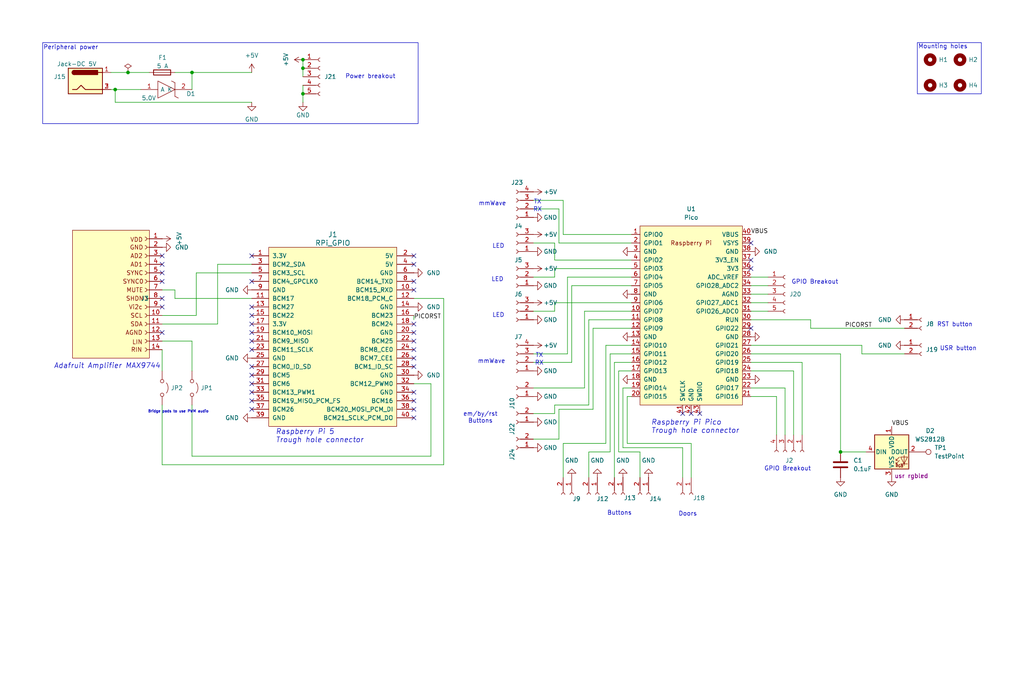
<source format=kicad_sch>
(kicad_sch (version 20231120) (generator "eeschema") (generator_version "8.0")
  (paper "User" 304.8 203.2)
  (title_block (title "Scan2Go FDS-HAT") (date "2024-05-21") (rev "V0.2.1") (company "UMC Utrecht") (comment 1 "Casper R. Tak") (comment 2 "HF-P99-006-01"))
  (lib_symbols
    (symbol "Connector:Conn_01x02_Socket" (pin_names (offset 1.016) hide)
      (property "Reference" "J" (at 0 2.54 0))
      (property "Value" "Conn_01x02_Socket" (at 0 -5.08 0))
      (symbol "Conn_01x02_Socket_1_1"
        (pin passive line (at -5.08 0 0) (length 3.81) (name "Pin_1") (number "1"))
        (pin passive line (at -5.08 -2.54 0) (length 3.81) (name "Pin_2") (number "2"))
      )
    )
    (symbol "Connector:Conn_01x03_Socket" (pin_names (offset 1.016) hide)
      (property "Reference" "J" (at 0 5.08 0))
      (property "Value" "Conn_01x03_Socket" (at 0 -5.08 0))
      (symbol "Conn_01x03_Socket_1_1"
        (pin passive line (at -5.08 2.54 0) (length 3.81) (name "Pin_1") (number "1"))
        (pin passive line (at -5.08 0 0) (length 3.81) (name "Pin_2") (number "2"))
        (pin passive line (at -5.08 -2.54 0) (length 3.81) (name "Pin_3") (number "3"))
      )
    )
    (symbol "Connector:Conn_01x04_Socket" (pin_names (offset 1.016) hide)
      (property "Reference" "J" (at 0 5.08 0))
      (property "Value" "Conn_01x04_Socket" (at 0 -7.62 0))
      (symbol "Conn_01x04_Socket_1_1"
        (pin passive line (at -5.08 2.54 0) (length 3.81) (name "Pin_1") (number "1"))
        (pin passive line (at -5.08 0 0) (length 3.81) (name "Pin_2") (number "2"))
        (pin passive line (at -5.08 -2.54 0) (length 3.81) (name "Pin_3") (number "3"))
        (pin passive line (at -5.08 -5.08 0) (length 3.81) (name "Pin_4") (number "4"))
      )
    )
    (symbol "Connector:Conn_01x05_Socket" (pin_names (offset 1.016) hide)
      (property "Reference" "J" (at 0 7.62 0))
      (property "Value" "Conn_01x05_Socket" (at 0 -7.62 0))
      (symbol "Conn_01x05_Socket_1_1"
        (pin passive line (at -5.08 5.08 0) (length 3.81) (name "Pin_1") (number "1"))
        (pin passive line (at -5.08 2.54 0) (length 3.81) (name "Pin_2") (number "2"))
        (pin passive line (at -5.08 0 0) (length 3.81) (name "Pin_3") (number "3"))
        (pin passive line (at -5.08 -2.54 0) (length 3.81) (name "Pin_4") (number "4"))
        (pin passive line (at -5.08 -5.08 0) (length 3.81) (name "Pin_5") (number "5"))
      )
    )
    (symbol "Connector:Conn_01x14_Socket" (pin_names (offset 1.016) hide)
      (property "Reference" "J3" (at 29.21 -3.8099 0))
      (property "Value" "Conn_01x14_Socket" (at 29.21 -6.3499 0))
      (symbol "Conn_01x14_Socket_1_1"
        (text "AD1\n" (at 27.94 6.35 0) (effects (font (size 1.27 1.27))))
        (text "AD2" (at 27.94 8.89 0) (effects (font (size 1.27 1.27))))
        (text "AGND" (at 27.178 -13.97 0) (effects (font (size 1.27 1.27))))
        (text "GND\n" (at 27.94 11.43 0) (effects (font (size 1.27 1.27))))
        (text "LIN" (at 28.194 -16.764 0) (effects (font (size 1.27 1.27))))
        (text "MUTE" (at 27.432 -1.27 0) (effects (font (size 1.27 1.27))))
        (text "RIN" (at 27.94 -19.05 0) (effects (font (size 1.27 1.27))))
        (text "SCL" (at 27.94 -8.89 0) (effects (font (size 1.27 1.27))))
        (text "SDA" (at 27.94 -11.43 0) (effects (font (size 1.27 1.27))))
        (text "SHDN" (at 27.432 -3.81 0) (effects (font (size 1.27 1.27))))
        (text "SYNC\n" (at 27.432 3.81 0) (effects (font (size 1.27 1.27))))
        (text "SYNC0" (at 26.924 1.27 0) (effects (font (size 1.27 1.27))))
        (text "VDD\n" (at 27.94 13.716 0) (effects (font (size 1.27 1.27))))
        (text "Vi2c" (at 27.686 -6.35 0) (effects (font (size 1.27 1.27))))
        (pin passive line (at 35.56 13.97 180) (length 3.81) (name "VDD") (number "1"))
        (pin passive line (at 35.56 -8.89 180) (length 3.81) (name "SCL") (number "10"))
        (pin passive line (at 35.56 -11.43 180) (length 3.81) (name "SDA") (number "11"))
        (pin passive line (at 35.56 -13.97 180) (length 3.81) (name "AGND") (number "12"))
        (pin passive line (at 35.56 -16.51 180) (length 3.81) (name "LIN") (number "13"))
        (pin passive line (at 35.56 -19.05 180) (length 3.81) (name "RIN") (number "14"))
        (pin passive line (at 35.56 11.43 180) (length 3.81) (name "GND") (number "2"))
        (pin passive line (at 35.56 8.89 180) (length 3.81) (name "AD2") (number "3"))
        (pin passive line (at 35.56 6.35 180) (length 3.81) (name "AD1") (number "4"))
        (pin passive line (at 35.56 3.81 180) (length 3.81) (name "SYNC") (number "5"))
        (pin passive line (at 35.56 1.27 180) (length 3.81) (name "SYNC0") (number "6"))
        (pin passive line (at 35.56 -1.27 180) (length 3.81) (name "MUTE") (number "7"))
        (pin passive line (at 35.56 -3.81 180) (length 3.81) (name "SHDN") (number "8"))
        (pin passive line (at 35.56 -6.35 180) (length 3.81) (name "Vi2c") (number "9"))
      )
    )
    (symbol "Connector:Jack-DC" (pin_names (offset 1.016))
      (property "Reference" "J5" (at -6.35 0 0))
      (property "Value" "Jack-DC 12V+" (at -2.54 5.08 0))
      (symbol "Jack-DC_1_1"
        (pin passive line (at 7.62 2.54 180) (length 2.54) (name "~") (number "1"))
        (pin passive line (at 7.62 -2.54 180) (length 2.54) (name "~") (number "2"))
        (pin passive line (at 7.62 -2.54 180) (length 2.54) (name "~") (number "3"))
      )
    )
    (symbol "Connector:TestPoint" (pin_numbers hide) (pin_names (offset 0.762) hide)
      (property "Reference" "TP" (at 0 6.858 0))
      (property "Value" "TestPoint" (at 0 5.08 0))
      (symbol "TestPoint_1_1"
        (pin passive line (at 0 0 90) (length 2.54) (name "1") (number "1"))
      )
    )
    (symbol "Device:C" (pin_numbers hide) (pin_names (offset 0.254))
      (property "Reference" "C" (at 0.635 2.54 0))
      (property "Value" "C" (at 0.635 -2.54 0))
      (symbol "C_1_1"
        (pin passive line (at 0 3.81 270) (length 2.794) (name "~") (number "1"))
        (pin passive line (at 0 -3.81 90) (length 2.794) (name "~") (number "2"))
      )
    )
    (symbol "Device:Fuse" (pin_numbers hide) (pin_names (offset 0))
      (property "Reference" "F" (at 2.032 0 90))
      (property "Value" "Fuse" (at -1.905 0 90))
      (symbol "Fuse_1_1"
        (pin passive line (at 0 3.81 270) (length 1.27) (name "~") (number "1"))
        (pin passive line (at 0 -3.81 90) (length 1.27) (name "~") (number "2"))
      )
    )
    (symbol "Jumper:Jumper_2_Open" (pin_numbers hide) (pin_names (offset 0) hide) (exclude_from_sim yes)
      (property "Reference" "JP" (at 0 2.794 0))
      (property "Value" "Jumper_2_Open" (at 0 -2.286 0))
      (symbol "Jumper_2_Open_1_1"
        (pin passive line (at -5.08 0 0) (length 2.54) (name "A") (number "1"))
        (pin passive line (at 5.08 0 180) (length 2.54) (name "B") (number "2"))
      )
    )
    (symbol "LED:WS2812B" (pin_names (offset 0.254))
      (property "Reference" "D" (at 5.08 5.715 0))
      (property "Value" "WS2812B" (at 1.27 -5.715 0))
      (symbol "WS2812B_0_0"
        (text "RGB" (at 2.286 -4.191 0) (effects (font (size 0.762 0.762))))
      )
      (symbol "WS2812B_1_1"
        (pin power_in line (at 0 7.62 270) (length 2.54) (name "VDD") (number "1"))
        (pin output line (at 7.62 0 180) (length 2.54) (name "DOUT") (number "2"))
        (pin power_in line (at 0 -7.62 90) (length 2.54) (name "VSS") (number "3"))
        (pin input line (at -7.62 0 0) (length 2.54) (name "DIN") (number "4"))
      )
    )
    (symbol "MCU_RaspberryPi_and_Boards:Pico" (pin_names (offset 1.016))
      (property "Reference" "U1" (at 0 31.75 0))
      (property "Value" "Pico" (at 0 29.21 0))
      (symbol "Pico_0_0"
        (text "Raspberry Pi" (at 0 21.59 0) (effects (font (size 1.27 1.27))))
      )
      (symbol "Pico_1_1"
        (pin bidirectional line (at -17.78 24.13 0) (length 2.54) (name "GPIO0") (number "1"))
        (pin bidirectional line (at -17.78 1.27 0) (length 2.54) (name "GPIO7") (number "10"))
        (pin bidirectional line (at -17.78 -1.27 0) (length 2.54) (name "GPIO8") (number "11"))
        (pin bidirectional line (at -17.78 -3.81 0) (length 2.54) (name "GPIO9") (number "12"))
        (pin power_in line (at -17.78 -6.35 0) (length 2.54) (name "GND") (number "13"))
        (pin bidirectional line (at -17.78 -8.89 0) (length 2.54) (name "GPIO10") (number "14"))
        (pin bidirectional line (at -17.78 -11.43 0) (length 2.54) (name "GPIO11") (number "15"))
        (pin bidirectional line (at -17.78 -13.97 0) (length 2.54) (name "GPIO12") (number "16"))
        (pin bidirectional line (at -17.78 -16.51 0) (length 2.54) (name "GPIO13") (number "17"))
        (pin power_in line (at -17.78 -19.05 0) (length 2.54) (name "GND") (number "18"))
        (pin bidirectional line (at -17.78 -21.59 0) (length 2.54) (name "GPIO14") (number "19"))
        (pin bidirectional line (at -17.78 21.59 0) (length 2.54) (name "GPIO1") (number "2"))
        (pin bidirectional line (at -17.78 -24.13 0) (length 2.54) (name "GPIO15") (number "20"))
        (pin bidirectional line (at 17.78 -24.13 180) (length 2.54) (name "GPIO16") (number "21"))
        (pin bidirectional line (at 17.78 -21.59 180) (length 2.54) (name "GPIO17") (number "22"))
        (pin power_in line (at 17.78 -19.05 180) (length 2.54) (name "GND") (number "23"))
        (pin bidirectional line (at 17.78 -16.51 180) (length 2.54) (name "GPIO18") (number "24"))
        (pin bidirectional line (at 17.78 -13.97 180) (length 2.54) (name "GPIO19") (number "25"))
        (pin bidirectional line (at 17.78 -11.43 180) (length 2.54) (name "GPIO20") (number "26"))
        (pin bidirectional line (at 17.78 -8.89 180) (length 2.54) (name "GPIO21") (number "27"))
        (pin power_in line (at 17.78 -6.35 180) (length 2.54) (name "GND") (number "28"))
        (pin bidirectional line (at 17.78 -3.81 180) (length 2.54) (name "GPIO22") (number "29"))
        (pin power_in line (at -17.78 19.05 0) (length 2.54) (name "GND") (number "3"))
        (pin input line (at 17.78 -1.27 180) (length 2.54) (name "RUN") (number "30"))
        (pin bidirectional line (at 17.78 1.27 180) (length 2.54) (name "GPIO26_ADC0") (number "31"))
        (pin bidirectional line (at 17.78 3.81 180) (length 2.54) (name "GPIO27_ADC1") (number "32"))
        (pin power_in line (at 17.78 6.35 180) (length 2.54) (name "AGND") (number "33"))
        (pin bidirectional line (at 17.78 8.89 180) (length 2.54) (name "GPIO28_ADC2") (number "34"))
        (pin unspecified line (at 17.78 11.43 180) (length 2.54) (name "ADC_VREF") (number "35"))
        (pin unspecified line (at 17.78 13.97 180) (length 2.54) (name "3V3") (number "36"))
        (pin input line (at 17.78 16.51 180) (length 2.54) (name "3V3_EN") (number "37"))
        (pin bidirectional line (at 17.78 19.05 180) (length 2.54) (name "GND") (number "38"))
        (pin unspecified line (at 17.78 21.59 180) (length 2.54) (name "VSYS") (number "39"))
        (pin bidirectional line (at -17.78 16.51 0) (length 2.54) (name "GPIO2") (number "4"))
        (pin unspecified line (at 17.78 24.13 180) (length 2.54) (name "VBUS") (number "40"))
        (pin input line (at -2.54 -29.21 90) (length 2.54) (name "SWCLK") (number "41"))
        (pin power_in line (at 0 -29.21 90) (length 2.54) (name "GND") (number "42"))
        (pin bidirectional line (at 2.54 -29.21 90) (length 2.54) (name "SWDIO") (number "43"))
        (pin bidirectional line (at -17.78 13.97 0) (length 2.54) (name "GPIO3") (number "5"))
        (pin bidirectional line (at -17.78 11.43 0) (length 2.54) (name "GPIO4") (number "6"))
        (pin bidirectional line (at -17.78 8.89 0) (length 2.54) (name "GPIO5") (number "7"))
        (pin power_in line (at -17.78 6.35 0) (length 2.54) (name "GND") (number "8"))
        (pin bidirectional line (at -17.78 3.81 0) (length 2.54) (name "GPIO6") (number "9"))
      )
    )
    (symbol "Mechanical:MountingHole" (pin_names (offset 1.016)) (exclude_from_sim yes) (in_bom no)
      (property "Reference" "H" (at 0 5.08 0))
      (property "Value" "MountingHole" (at 0 3.175 0))
    )
    (symbol "RPi_GPIO_1" (pin_names (offset 1.016))
      (property "Reference" "J1" (at 19.05 6.35 0))
      (property "Value" "RPi_GPIO" (at 19.05 3.81 0))
      (symbol "RPi_GPIO_1_1_1"
        (pin power_in line (at -5.08 0 0) (length 5.08) (name "3.3V") (number "1"))
        (pin bidirectional line (at 43.18 -10.16 180) (length 5.08) (name "BCM15_RXD") (number "10"))
        (pin bidirectional line (at -5.08 -12.7 0) (length 5.08) (name "BCM17") (number "11"))
        (pin bidirectional line (at 43.18 -12.7 180) (length 5.08) (name "BCM18_PCM_C") (number "12"))
        (pin bidirectional line (at -5.08 -15.24 0) (length 5.08) (name "BCM27") (number "13"))
        (pin power_in line (at 43.18 -15.24 180) (length 5.08) (name "GND") (number "14"))
        (pin bidirectional line (at -5.08 -17.78 0) (length 5.08) (name "BCM22") (number "15"))
        (pin bidirectional line (at 43.18 -17.78 180) (length 5.08) (name "BCM23") (number "16"))
        (pin power_in line (at -5.08 -20.32 0) (length 5.08) (name "3.3V") (number "17"))
        (pin bidirectional line (at 43.18 -20.32 180) (length 5.08) (name "BCM24") (number "18"))
        (pin bidirectional line (at -5.08 -22.86 0) (length 5.08) (name "BCM10_MOSI") (number "19"))
        (pin power_in line (at 43.18 0 180) (length 5.08) (name "5V") (number "2"))
        (pin power_in line (at 43.18 -22.86 180) (length 5.08) (name "GND") (number "20"))
        (pin bidirectional line (at -5.08 -25.4 0) (length 5.08) (name "BCM9_MISO") (number "21"))
        (pin bidirectional line (at 43.18 -25.4 180) (length 5.08) (name "BCM25") (number "22"))
        (pin bidirectional line (at -5.08 -27.94 0) (length 5.08) (name "BCM11_SCLK") (number "23"))
        (pin bidirectional line (at 43.18 -27.94 180) (length 5.08) (name "BCM8_CE0") (number "24"))
        (pin power_in line (at -5.08 -30.48 0) (length 5.08) (name "GND") (number "25"))
        (pin bidirectional line (at 43.18 -30.48 180) (length 5.08) (name "BCM7_CE1") (number "26"))
        (pin bidirectional line (at -5.08 -33.02 0) (length 5.08) (name "BCM0_ID_SD") (number "27"))
        (pin bidirectional line (at 43.18 -33.02 180) (length 5.08) (name "BCM1_ID_SC") (number "28"))
        (pin bidirectional line (at -5.08 -35.56 0) (length 5.08) (name "BCM5") (number "29"))
        (pin bidirectional line (at -5.08 -2.54 0) (length 5.08) (name "BCM2_SDA") (number "3"))
        (pin power_in line (at 43.18 -35.56 180) (length 5.08) (name "GND") (number "30"))
        (pin bidirectional line (at -5.08 -38.1 0) (length 5.08) (name "BCM6") (number "31"))
        (pin bidirectional line (at 43.18 -38.1 180) (length 5.08) (name "BCM12_PWM0") (number "32"))
        (pin bidirectional line (at -5.08 -40.64 0) (length 5.08) (name "BCM13_PWM1") (number "33"))
        (pin power_in line (at 43.18 -40.64 180) (length 5.08) (name "GND") (number "34"))
        (pin bidirectional line (at -5.08 -43.18 0) (length 5.08) (name "BCM19_MISO_PCM_FS") (number "35"))
        (pin bidirectional line (at 43.18 -43.18 180) (length 5.08) (name "BCM16") (number "36"))
        (pin bidirectional line (at -5.08 -45.72 0) (length 5.08) (name "BCM26") (number "37"))
        (pin bidirectional line (at 43.18 -45.72 180) (length 5.08) (name "BCM20_MOSI_PCM_DI") (number "38"))
        (pin power_in line (at -5.08 -48.26 0) (length 5.08) (name "GND") (number "39"))
        (pin power_in line (at 43.18 -2.54 180) (length 5.08) (name "5V") (number "4"))
        (pin bidirectional line (at 43.18 -48.26 180) (length 5.08) (name "BCM21_SCLK_PCM_DO") (number "40"))
        (pin bidirectional line (at -5.08 -5.08 0) (length 5.08) (name "BCM3_SCL") (number "5"))
        (pin power_in line (at 43.18 -5.08 180) (length 5.08) (name "GND") (number "6"))
        (pin bidirectional line (at -5.08 -7.62 0) (length 5.08) (name "BCM4_GPCLK0") (number "7"))
        (pin bidirectional line (at 43.18 -7.62 180) (length 5.08) (name "BCM14_TXD") (number "8"))
        (pin power_in line (at -5.08 -10.16 0) (length 5.08) (name "GND") (number "9"))
      )
    )
    (symbol "SamacSys_Parts:SMBJ26A" (pin_names (offset 0.762))
      (property "Reference" "D1" (at -1.016 1.27 0))
      (property "Value" "SMBJ26A" (at 10.668 2.54 0))
      (symbol "SMBJ26A_1_0"
        (pin passive line (at 15.24 0 180) (length 5.08) (name "A") (number "1"))
        (pin passive line (at 0 0 0) (length 5.08) (name "K") (number "2"))
      )
    )
    (symbol "power:+5V" (power) (pin_numbers hide) (pin_names (offset 0) hide)
      (property "Value" "+5V" (at 0 3.556 0))
      (symbol "+5V_1_1"
        (pin power_in line (at 0 0 90) (length 0) (name "~") (number "1"))
      )
    )
    (symbol "power:GND" (power) (pin_numbers hide) (pin_names (offset 0) hide)
      (property "Value" "GND" (at 0 -3.81 0))
      (symbol "GND_1_1"
        (pin power_in line (at 0 0 270) (length 0) (name "~") (number "1"))
      )
    )
    (symbol "power:PWR_FLAG" (power) (pin_numbers hide) (pin_names (offset 0) hide)
      (property "Value" "PWR_FLAG" (at 0 3.81 0))
      (symbol "PWR_FLAG_0_0"
        (pin power_out line (at 0 0 90) (length 0) (name "pwr") (number "1"))
      )
    )
  )
  (junction (at 57.15 21.59))
  (junction (at 90.17 27.94))
  (junction (at 34.29 26.67))
  (junction (at 250.19 134.62))
  (junction (at 90.17 20.32))
  (junction (at 38.1 21.59))
  (junction (at 90.17 17.78))
  (no_connect (at 123.19 83.82))
  (no_connect (at 74.93 119.38))
  (no_connect (at 123.19 99.06))
  (no_connect (at 74.93 93.98))
  (no_connect (at 74.93 101.6))
  (no_connect (at 48.26 76.2))
  (no_connect (at 74.93 114.3))
  (no_connect (at 123.19 121.92))
  (no_connect (at 74.93 91.44))
  (no_connect (at 223.52 80.01))
  (no_connect (at 223.52 77.47))
  (no_connect (at 74.93 116.84))
  (no_connect (at 205.74 123.19))
  (no_connect (at 74.93 83.82))
  (no_connect (at 48.26 81.28))
  (no_connect (at 208.28 123.19))
  (no_connect (at 123.19 124.46))
  (no_connect (at 74.93 96.52))
  (no_connect (at 123.19 96.52))
  (no_connect (at 74.93 104.14))
  (no_connect (at 203.2 123.19))
  (no_connect (at 48.26 99.06))
  (no_connect (at 74.93 109.22))
  (no_connect (at 223.52 72.39))
  (no_connect (at 123.19 104.14))
  (no_connect (at 74.93 111.76))
  (no_connect (at 123.19 106.68))
  (no_connect (at 223.52 97.79))
  (no_connect (at 123.19 78.74))
  (no_connect (at 74.93 121.92))
  (no_connect (at 74.93 76.2))
  (no_connect (at 48.26 91.44))
  (no_connect (at 48.26 88.9))
  (no_connect (at 123.19 119.38))
  (no_connect (at 123.19 109.22))
  (no_connect (at 48.26 83.82))
  (no_connect (at 74.93 99.06))
  (no_connect (at 123.19 76.2))
  (no_connect (at 48.26 78.74))
  (no_connect (at 123.19 86.36))
  (no_connect (at 123.19 116.84))
  (no_connect (at 123.19 101.6))
  (wire (pts (xy 165.1 72.39) (xy 165.1 77.47)))
  (wire (pts (xy 57.15 101.6) (xy 48.26 101.6)))
  (wire (pts (xy 123.19 114.3) (xy 128.27 114.3)))
  (wire (pts (xy 38.1 21.59) (xy 44.45 21.59)))
  (wire (pts (xy 236.22 110.49) (xy 223.52 110.49)))
  (wire (pts (xy 52.07 88.9) (xy 52.07 86.36)))
  (wire (pts (xy 238.76 129.54) (xy 238.76 107.95)))
  (wire (pts (xy 256.54 102.87) (xy 223.52 102.87)))
  (wire (pts (xy 165.1 90.17) (xy 187.96 90.17)))
  (wire (pts (xy 90.17 20.32) (xy 90.17 22.86)))
  (wire (pts (xy 175.26 142.24) (xy 175.26 134.62)))
  (wire (pts (xy 187.96 115.57) (xy 185.42 115.57)))
  (wire (pts (xy 181.61 134.62) (xy 181.61 105.41)))
  (wire (pts (xy 34.29 30.48) (xy 34.29 26.67)))
  (wire (pts (xy 158.75 115.57) (xy 173.99 115.57)))
  (wire (pts (xy 57.15 21.59) (xy 74.93 21.59)))
  (wire (pts (xy 180.34 132.08) (xy 167.64 132.08)))
  (wire (pts (xy 170.18 85.09) (xy 170.18 107.95)))
  (wire (pts (xy 185.42 115.57) (xy 185.42 133.35)))
  (wire (pts (xy 64.77 78.74) (xy 74.93 78.74)))
  (wire (pts (xy 52.07 21.59) (xy 57.15 21.59)))
  (wire (pts (xy 223.52 85.09) (xy 228.6 85.09)))
  (wire (pts (xy 233.68 115.57) (xy 223.52 115.57)))
  (wire (pts (xy 185.42 133.35) (xy 203.2 133.35)))
  (wire (pts (xy 90.17 25.4) (xy 90.17 27.94)))
  (wire (pts (xy 205.74 142.24) (xy 205.74 132.08)))
  (wire (pts (xy 223.52 92.71) (xy 228.6 92.71)))
  (wire (pts (xy 231.14 118.11) (xy 223.52 118.11)))
  (wire (pts (xy 203.2 133.35) (xy 203.2 142.24)))
  (wire (pts (xy 173.99 115.57) (xy 173.99 92.71)))
  (wire (pts (xy 182.88 107.95) (xy 187.96 107.95)))
  (wire (pts (xy 158.75 130.81) (xy 166.37 130.81)))
  (wire (pts (xy 34.29 26.67) (xy 41.91 26.67)))
  (wire (pts (xy 165.1 123.19) (xy 158.75 123.19)))
  (wire (pts (xy 48.26 138.43) (xy 48.26 120.65)))
  (wire (pts (xy 57.15 110.49) (xy 57.15 101.6)))
  (wire (pts (xy 223.52 82.55) (xy 228.6 82.55)))
  (wire (pts (xy 180.34 102.87) (xy 180.34 132.08)))
  (wire (pts (xy 241.3 95.25) (xy 241.3 97.79)))
  (wire (pts (xy 190.5 142.24) (xy 190.5 134.62)))
  (wire (pts (xy 166.37 62.23) (xy 166.37 72.39)))
  (wire (pts (xy 132.08 138.43) (xy 132.08 88.9)))
  (wire (pts (xy 48.26 96.52) (xy 64.77 96.52)))
  (wire (pts (xy 33.02 21.59) (xy 38.1 21.59)))
  (wire (pts (xy 167.64 59.69) (xy 167.64 69.85)))
  (wire (pts (xy 167.64 132.08) (xy 167.64 142.24)))
  (wire (pts (xy 186.69 132.08) (xy 186.69 118.11)))
  (wire (pts (xy 34.29 30.48) (xy 74.93 30.48)))
  (wire (pts (xy 238.76 107.95) (xy 223.52 107.95)))
  (wire (pts (xy 57.15 135.89) (xy 128.27 135.89)))
  (wire (pts (xy 158.75 72.39) (xy 165.1 72.39)))
  (wire (pts (xy 170.18 107.95) (xy 158.75 107.95)))
  (wire (pts (xy 176.53 97.79) (xy 187.96 97.79)))
  (wire (pts (xy 48.26 110.49) (xy 48.26 104.14)))
  (wire (pts (xy 166.37 121.92) (xy 176.53 121.92)))
  (wire (pts (xy 184.15 110.49) (xy 187.96 110.49)))
  (wire (pts (xy 123.19 88.9) (xy 132.08 88.9)))
  (wire (pts (xy 165.1 120.65) (xy 165.1 123.19)))
  (wire (pts (xy 250.19 134.62) (xy 250.19 105.41)))
  (wire (pts (xy 175.26 95.25) (xy 175.26 120.65)))
  (wire (pts (xy 57.15 21.59) (xy 57.15 26.67)))
  (wire (pts (xy 236.22 129.54) (xy 236.22 110.49)))
  (wire (pts (xy 223.52 90.17) (xy 228.6 90.17)))
  (wire (pts (xy 205.74 132.08) (xy 186.69 132.08)))
  (wire (pts (xy 182.88 107.95) (xy 182.88 142.24)))
  (wire (pts (xy 132.08 138.43) (xy 48.26 138.43)))
  (wire (pts (xy 90.17 27.94) (xy 90.17 30.48)))
  (wire (pts (xy 52.07 86.36) (xy 48.26 86.36)))
  (wire (pts (xy 166.37 62.23) (xy 158.75 62.23)))
  (wire (pts (xy 165.1 77.47) (xy 187.96 77.47)))
  (wire (pts (xy 48.26 93.98) (xy 58.42 93.98)))
  (wire (pts (xy 186.69 118.11) (xy 187.96 118.11)))
  (wire (pts (xy 190.5 134.62) (xy 184.15 134.62)))
  (wire (pts (xy 74.93 88.9) (xy 52.07 88.9)))
  (wire (pts (xy 256.54 105.41) (xy 256.54 102.87)))
  (wire (pts (xy 57.15 120.65) (xy 57.15 135.89)))
  (wire (pts (xy 90.17 17.78) (xy 90.17 20.32)))
  (wire (pts (xy 158.75 59.69) (xy 167.64 59.69)))
  (wire (pts (xy 181.61 105.41) (xy 187.96 105.41)))
  (wire (pts (xy 168.91 105.41) (xy 158.75 105.41)))
  (wire (pts (xy 173.99 92.71) (xy 187.96 92.71)))
  (wire (pts (xy 233.68 115.57) (xy 233.68 129.54)))
  (wire (pts (xy 175.26 134.62) (xy 181.61 134.62)))
  (wire (pts (xy 165.1 82.55) (xy 165.1 80.01)))
  (wire (pts (xy 170.18 85.09) (xy 187.96 85.09)))
  (wire (pts (xy 180.34 102.87) (xy 187.96 102.87)))
  (wire (pts (xy 33.02 26.67) (xy 34.29 26.67)))
  (wire (pts (xy 231.14 118.11) (xy 231.14 129.54)))
  (wire (pts (xy 166.37 72.39) (xy 187.96 72.39)))
  (wire (pts (xy 64.77 96.52) (xy 64.77 78.74)))
  (wire (pts (xy 167.64 69.85) (xy 187.96 69.85)))
  (wire (pts (xy 250.19 134.62) (xy 257.81 134.62)))
  (wire (pts (xy 223.52 95.25) (xy 241.3 95.25)))
  (wire (pts (xy 176.53 121.92) (xy 176.53 97.79)))
  (wire (pts (xy 187.96 95.25) (xy 175.26 95.25)))
  (wire (pts (xy 128.27 114.3) (xy 128.27 135.89)))
  (wire (pts (xy 250.19 105.41) (xy 223.52 105.41)))
  (wire (pts (xy 58.42 81.28) (xy 74.93 81.28)))
  (wire (pts (xy 269.24 105.41) (xy 256.54 105.41)))
  (wire (pts (xy 158.75 82.55) (xy 165.1 82.55)))
  (wire (pts (xy 165.1 80.01) (xy 187.96 80.01)))
  (wire (pts (xy 168.91 82.55) (xy 168.91 105.41)))
  (wire (pts (xy 168.91 82.55) (xy 187.96 82.55)))
  (wire (pts (xy 123.19 95.25) (xy 123.19 93.98)))
  (wire (pts (xy 158.75 92.71) (xy 165.1 92.71)))
  (wire (pts (xy 184.15 134.62) (xy 184.15 110.49)))
  (wire (pts (xy 166.37 121.92) (xy 166.37 130.81)))
  (wire (pts (xy 165.1 120.65) (xy 175.26 120.65)))
  (wire (pts (xy 223.52 87.63) (xy 228.6 87.63)))
  (wire (pts (xy 241.3 97.79) (xy 269.24 97.79)))
  (wire (pts (xy 165.1 92.71) (xy 165.1 90.17)))
  (wire (pts (xy 58.42 93.98) (xy 58.42 81.28)))
  (rectangle (start 273.05 12.7) (end 292.1 27.94))
  (rectangle (start 12.7 12.7) (end 124.46 36.83))
  (text "RX\n" (at 160.528 108.204 0) (effects (font (size 1.27 1.27))))
  (text "mmWave\n" (at 146.304 107.696 0) (effects (font (size 1.27 1.27))))
  (text "Adafruit Amplifier MAX9744 " (at 16.002 109.982 0) (effects (font (size 1.524 1.524) (italic yes)) (justify left bottom)))
  (text "LED\n" (at 148.336 73.406 0) (effects (font (size 1.27 1.27))))
  (text "Bridge pads to use PWM audio" (at 53.086 122.682 0) (effects (font (size 0.762 0.762))))
  (text "USR button\n" (at 285.242 103.886 0) (effects (font (size 1.27 1.27))))
  (text "Buttons\n" (at 184.404 152.908 0) (effects (font (size 1.27 1.27))))
  (text "GPIO Breakout\n" (at 242.57 84.074 0) (effects (font (size 1.27 1.27))))
  (text "RST button\n" (at 284.226 96.774 0) (effects (font (size 1.27 1.27))))
  (text "LED\n" (at 148.082 83.312 0) (effects (font (size 1.27 1.27))))
  (text "GPIO Breakout\n" (at 234.442 139.7 0) (effects (font (size 1.27 1.27))))
  (text "Doors\n" (at 204.724 153.162 0) (effects (font (size 1.27 1.27))))
  (text "mmWave\n" (at 146.558 60.706 0) (effects (font (size 1.27 1.27))))
  (text "Raspberry Pi Pico\nTrough hole connector" (at 193.802 129.286 0) (effects (font (size 1.524 1.524) (italic yes)) (justify left bottom)))
  (text "Mounting holes\n\n" (at 280.67 14.986 0) (effects (font (size 1.27 1.27))))
  (text "TX\n" (at 160.02 60.198 0) (effects (font (size 1.27 1.27))))
  (text "Peripheral power" (at 21.082 14.224 0) (effects (font (size 1.27 1.27))))
  (text "LED\n" (at 148.336 93.98 0) (effects (font (size 1.27 1.27))))
  (text "TX\n" (at 160.528 105.918 0) (effects (font (size 1.27 1.27))))
  (text "Raspberry Pi 5\nTrough hole connector\n" (at 82.042 132.08 0) (effects (font (size 1.524 1.524) (italic yes)) (justify left bottom)))
  (text "em/by/rst\nButtons" (at 143.002 124.46 0) (effects (font (size 1.27 1.27))))
  (text "RX\n" (at 160.02 62.484 0) (effects (font (size 1.27 1.27))))
  (text "Power breakout " (at 110.744 22.86 0) (effects (font (size 1.27 1.27))))
  (label "VBUS" (at 223.52 69.85 0))
  (label "VBUS" (at 265.43 127 0))
  (label "PICORST" (at 251.46 97.79 0))
  (label "PICORST" (at 123.19 95.25 0))
  (symbol (lib_id "power:GND") (at 158.75 85.09 90) (unit 1)
    (property "Reference" "#PWR06" (effects (hide yes)))
    (property "Value" "GND" (at 163.83 85.09 90))
    (property "Description" "Power symbol creates a global label with name \"GND\" , ground" (effects (hide yes)))
  )
  (symbol (lib_id "Connector:Conn_01x05_Socket") (at 95.25 22.86 0) (unit 1)
    (property "Reference" "J21" (at 96.52 22.8599 0) (effects (justify left)))
    (property "Value" "Conn_01x05_Socket" (effects (hide yes)))
    (property "Footprint" "Connector_JST:JST_EH_B5B-EH-A_1x05_P2.50mm_Vertical" (effects (hide yes)))
    (property "Description" "Generic connector, single row, 01x05, script generated" (effects (hide yes)))
    (property "Farnell" "1830716 " (effects (hide yes)))
  )
  (symbol (lib_id "Connector:Conn_01x02_Socket") (at 153.67 125.73 180) (unit 1)
    (property "Reference" "J22" (at 152.4 125.984 90) (effects (justify left)))
    (property "Value" "Conn_01x02_Socket" (effects (hide yes)))
    (property "Footprint" "Connector_JST:JST_EH_B2B-EH-A_1x02_P2.50mm_Vertical" (effects (hide yes)))
    (property "Description" "Generic connector, single row, 01x02, script generated" (effects (hide yes)))
    (property "Farnell" "     2399159 " (effects (hide yes)))
  )
  (symbol (lib_id "Connector:Conn_01x02_Socket") (at 274.32 95.25 0) (unit 1)
    (property "Reference" "J8" (at 275.59 96.5199 0) (effects (justify left)))
    (property "Value" "Conn_01x02_Socket" (effects (hide yes)))
    (property "Footprint" "Connector_JST:JST_EH_B2B-EH-A_1x02_P2.50mm_Vertical" (effects (hide yes)))
    (property "Description" "Generic connector, single row, 01x02, script generated" (effects (hide yes)))
    (property "Farnell" "     2399159 " (effects (hide yes)))
  )
  (symbol (lib_id "power:PWR_FLAG") (at 38.1 21.59 0) (unit 1)
    (property "Reference" "#FLG01" (effects (hide yes)))
    (property "Value" "PWR_FLAG" (effects (hide yes)))
  )
  (symbol (lib_id "power:GND") (at 223.52 113.03 90) (unit 1)
    (property "Reference" "#PWR042" (effects (hide yes)))
    (property "Value" "GND" (effects (hide yes)))
    (property "Description" "Power symbol creates a global label with name \"GND\" , ground" (effects (hide yes)))
  )
  (symbol (lib_id "Connector:Conn_01x02_Socket") (at 274.32 102.87 0) (unit 1)
    (property "Reference" "J19" (at 275.59 104.1399 0) (effects (justify left)))
    (property "Value" "Conn_01x02_Socket" (effects (hide yes)))
    (property "Footprint" "Connector_JST:JST_EH_B2B-EH-A_1x02_P2.50mm_Vertical" (effects (hide yes)))
    (property "Description" "Generic connector, single row, 01x02, script generated" (effects (hide yes)))
    (property "Farnell" "     2399159 " (effects (hide yes)))
  )
  (symbol (lib_id "power:+5V") (at 158.75 80.01 270) (unit 1)
    (property "Reference" "#PWR07" (effects (hide yes)))
    (property "Value" "+5V" (at 163.83 80.01 90))
    (property "Description" "Power symbol creates a global label with name \"+5V\"" (effects (hide yes)))
  )
  (symbol (lib_id "Mechanical:MountingHole") (at 276.86 17.78 0) (unit 1) (exclude_from_sim yes) (in_bom no)
    (property "Reference" "H1" (at 279.4 17.7799 0) (effects (justify left)))
    (property "Value" "MountingHole" (effects (hide yes)))
    (property "Footprint" "MountingHole:MountingHole_3.2mm_M3" (effects (hide yes)))
    (property "Description" "Mounting Hole without connection" (effects (hide yes)))
  )
  (symbol (lib_id "power:GND") (at 158.75 64.77 90) (unit 1)
    (property "Reference" "#PWR015" (effects (hide yes)))
    (property "Value" "GND" (at 163.83 64.77 90))
    (property "Description" "Power symbol creates a global label with name \"GND\" , ground" (effects (hide yes)))
  )
  (symbol (lib_id "Connector:Conn_01x04_Socket") (at 153.67 107.95 180) (unit 1)
    (property "Reference" "J7" (at 154.305 100.33 0))
    (property "Value" "Conn_01x04_Socket" (effects (hide yes)))
    (property "Footprint" "Connector_JST:JST_EH_B4B-EH-A_1x04_P2.50mm_Vertical" (effects (hide yes)))
    (property "Description" "Generic connector, single row, 01x04, script generated" (effects (hide yes)))
    (property "Farnell" "1830714" (effects (hide yes)))
  )
  (symbol (lib_id "power:GND") (at 269.24 102.87 270) (unit 1)
    (property "Reference" "#PWR028" (effects (hide yes)))
    (property "Value" "GND" (at 265.43 102.8699 90) (effects (justify right)))
    (property "Description" "Power symbol creates a global label with name \"GND\" , ground" (effects (hide yes)))
  )
  (symbol (lib_id "power:GND") (at 74.93 106.68 270) (unit 1)
    (property "Reference" "#PWR035" (effects (hide yes)))
    (property "Value" "GND" (at 71.12 106.6799 90) (effects (justify right)))
    (property "Description" "Power symbol creates a global label with name \"GND\" , ground" (effects (hide yes)))
  )
  (symbol (lib_id "power:GND") (at 48.26 73.66 90) (unit 1)
    (property "Reference" "#PWR01" (effects (hide yes)))
    (property "Value" "GND" (at 52.07 73.6599 90) (effects (justify right)))
    (property "Description" "Power symbol creates a global label with name \"GND\" , ground" (effects (hide yes)))
  )
  (symbol (lib_id "power:GND") (at 123.19 91.44 90) (unit 1)
    (property "Reference" "#PWR032" (effects (hide yes)))
    (property "Value" "GND" (at 127 91.4399 90) (effects (justify right)))
    (property "Description" "Power symbol creates a global label with name \"GND\" , ground" (effects (hide yes)))
  )
  (symbol (lib_id "power:GND") (at 187.96 74.93 270) (unit 1)
    (property "Reference" "#PWR037" (effects (hide yes)))
    (property "Value" "GND" (effects (hide yes)))
    (property "Description" "Power symbol creates a global label with name \"GND\" , ground" (effects (hide yes)))
  )
  (symbol (lib_id "power:GND") (at 158.75 110.49 90) (unit 1)
    (property "Reference" "#PWR010" (effects (hide yes)))
    (property "Value" "GND" (at 163.83 110.49 90))
    (property "Description" "Power symbol creates a global label with name \"GND\" , ground" (effects (hide yes)))
  )
  (symbol (lib_id "power:GND") (at 177.8 142.24 180) (unit 1)
    (property "Reference" "#PWR019" (effects (hide yes)))
    (property "Value" "GND" (at 177.8 137.16 0))
    (property "Description" "Power symbol creates a global label with name \"GND\" , ground" (effects (hide yes)))
  )
  (symbol (lib_id "power:GND") (at 269.24 95.25 270) (unit 1)
    (property "Reference" "#PWR029" (effects (hide yes)))
    (property "Value" "GND" (at 265.43 95.2499 90) (effects (justify right)))
    (property "Description" "Power symbol creates a global label with name \"GND\" , ground" (effects (hide yes)))
  )
  (symbol (lib_id "Mechanical:MountingHole") (at 276.86 25.4 0) (unit 1) (exclude_from_sim yes) (in_bom no)
    (property "Reference" "H3" (at 279.4 25.3999 0) (effects (justify left)))
    (property "Value" "MountingHole" (effects (hide yes)))
    (property "Footprint" "MountingHole:MountingHole_3.2mm_M3" (effects (hide yes)))
    (property "Description" "Mounting Hole without connection" (effects (hide yes)))
  )
  (symbol (lib_id "Device:C") (at 250.19 138.43 0) (unit 1)
    (property "Reference" "C1" (at 254 137.1599 0) (effects (justify left)))
    (property "Value" "0.1uF" (at 254 139.6999 0) (effects (justify left)))
    (property "Footprint" "Capacitor_SMD:C_1206_3216Metric_Pad1.33x1.80mm_HandSolder" (effects (hide yes)))
    (property "Datasheet" "https://nl.mouser.com/datasheet/2/40/cx5r-2835979.pdf" (effects (hide yes)))
    (property "Description" "Unpolarized capacitor" (effects (hide yes)))
    (property "Mouser" "581-12066D104KAT4A " (effects (hide yes)))
  )
  (symbol (lib_id "power:GND") (at 74.93 86.36 270) (unit 1)
    (property "Reference" "#PWR036" (effects (hide yes)))
    (property "Value" "GND" (at 71.12 86.3599 90) (effects (justify right)))
    (property "Description" "Power symbol creates a global label with name \"GND\" , ground" (effects (hide yes)))
  )
  (symbol (lib_id "Connector:TestPoint") (at 273.05 134.62 270) (unit 1)
    (property "Reference" "TP1" (at 278.13 133.3499 90) (effects (justify left)))
    (property "Value" "TestPoint" (at 278.13 135.8899 90) (effects (justify left)))
    (property "Footprint" "TestPoint:TestPoint_Pad_2.0x2.0mm" (effects (hide yes)))
    (property "Description" "test point" (effects (hide yes)))
  )
  (symbol (lib_id "power:+5V") (at 158.75 69.85 270) (unit 1)
    (property "Reference" "#PWR04" (effects (hide yes)))
    (property "Value" "+5V" (at 163.83 69.85 90))
    (property "Description" "Power symbol creates a global label with name \"+5V\"" (effects (hide yes)))
  )
  (symbol (lib_id "Connector:Conn_01x02_Socket") (at 177.8 147.32 270) (unit 1)
    (property "Reference" "J12" (at 177.546 148.59 90) (effects (justify left)))
    (property "Value" "Conn_01x02_Socket" (effects (hide yes)))
    (property "Footprint" "Connector_JST:JST_EH_B2B-EH-A_1x02_P2.50mm_Vertical" (effects (hide yes)))
    (property "Description" "Generic connector, single row, 01x02, script generated" (effects (hide yes)))
    (property "Farnell" "     2399159 " (effects (hide yes)))
  )
  (symbol (lib_id "power:GND") (at 74.93 30.48 0) (unit 1)
    (property "Reference" "#PWR024" (effects (hide yes)))
    (property "Value" "GND" (at 74.93 35.56 0))
  )
  (symbol (lib_id "power:GND") (at 265.43 142.24 0) (unit 1)
    (property "Reference" "#PWR027" (effects (hide yes)))
    (property "Value" "GND" (at 265.43 147.32 0))
    (property "Description" "Power symbol creates a global label with name \"GND\" , ground" (effects (hide yes)))
  )
  (symbol (lib_id "power:GND") (at 250.19 142.24 0) (unit 1)
    (property "Reference" "#PWR018" (effects (hide yes)))
    (property "Value" "GND" (at 250.19 147.32 0))
    (property "Description" "Power symbol creates a global label with name \"GND\" , ground" (effects (hide yes)))
  )
  (symbol (lib_id "power:GND") (at 170.18 142.24 180) (unit 1)
    (property "Reference" "#PWR016" (effects (hide yes)))
    (property "Value" "GND" (at 170.18 137.16 0))
    (property "Description" "Power symbol creates a global label with name \"GND\" , ground" (effects (hide yes)))
  )
  (symbol (lib_id "power:GND") (at 223.52 74.93 90) (unit 1)
    (property "Reference" "#PWR030" (effects (hide yes)))
    (property "Value" "GND" (at 227.33 74.9299 90) (effects (justify right)))
    (property "Description" "Power symbol creates a global label with name \"GND\" , ground" (effects (hide yes)))
  )
  (symbol (lib_id "Connector:Conn_01x02_Socket") (at 193.04 147.32 270) (unit 1)
    (property "Reference" "J14" (at 193.294 148.59 90) (effects (justify left)))
    (property "Value" "Conn_01x02_Socket" (effects (hide yes)))
    (property "Footprint" "Connector_JST:JST_EH_B2B-EH-A_1x02_P2.50mm_Vertical" (effects (hide yes)))
    (property "Description" "Generic connector, single row, 01x02, script generated" (effects (hide yes)))
    (property "Farnell" "     2399159 " (effects (hide yes)))
  )
  (symbol (lib_id "Mechanical:MountingHole") (at 285.75 17.78 0) (unit 1) (exclude_from_sim yes) (in_bom no)
    (property "Reference" "H2" (at 288.29 17.7799 0) (effects (justify left)))
    (property "Value" "MountingHole" (effects (hide yes)))
    (property "Footprint" "MountingHole:MountingHole_3.2mm_M3" (effects (hide yes)))
    (property "Description" "Mounting Hole without connection" (effects (hide yes)))
  )
  (symbol (lib_id "power:GND") (at 123.19 111.76 90) (unit 1)
    (property "Reference" "#PWR033" (effects (hide yes)))
    (property "Value" "GND" (at 127 111.7599 90) (effects (justify right)))
    (property "Description" "Power symbol creates a global label with name \"GND\" , ground" (effects (hide yes)))
  )
  (symbol (lib_id "power:GND") (at 187.96 87.63 270) (unit 1)
    (property "Reference" "#PWR038" (effects (hide yes)))
    (property "Value" "GND" (effects (hide yes)))
    (property "Description" "Power symbol creates a global label with name \"GND\" , ground" (effects (hide yes)))
  )
  (symbol (lib_id "Connector:Conn_01x03_Socket") (at 153.67 72.39 180) (unit 1)
    (property "Reference" "J4" (at 154.305 67.31 0))
    (property "Value" "Conn_01x03_Socket" (effects (hide yes)))
    (property "Footprint" "Connector_JST:JST_EH_B3B-EH-A_1x03_P2.50mm_Vertical" (effects (hide yes)))
    (property "Description" "Generic connector, single row, 01x03, script generated" (effects (hide yes)))
    (property "Farnell" "     2399161 " (effects (hide yes)))
  )
  (symbol (lib_id "Device:Fuse") (at 48.26 21.59 90) (unit 1)
    (property "Reference" "F1" (at 48.387 17.145 90))
    (property "Value" "5 A" (at 48.387 19.685 90))
    (property "Footprint" "Fuse:Fuse_2010_5025Metric_Pad1.52x2.65mm_HandSolder" (effects (hide yes)))
    (property "Datasheet" "https://nl.mouser.com/datasheet/2/54/Bourns_01_26_2024_SF_1206S_R_Datasheet-3398014.pdf" (effects (hide yes)))
    (property "LCSC" "C136353" (effects (hide yes)))
    (property "Mouser" "652-SF-1206HH1000R-2 " (effects (hide yes)))
  )
  (symbol (lib_id "Connector:Conn_01x02_Socket") (at 205.74 147.32 270) (unit 1)
    (property "Reference" "J18" (at 206.248 148.336 90) (effects (justify left)))
    (property "Value" "Conn_01x02_Socket" (effects (hide yes)))
    (property "Footprint" "Connector_JST:JST_EH_B2B-EH-A_1x02_P2.50mm_Vertical" (effects (hide yes)))
    (property "Description" "Generic connector, single row, 01x02, script generated" (effects (hide yes)))
    (property "Farnell" "     2399159 " (effects (hide yes)))
  )
  (symbol (lib_id "SamacSys_Parts:SMBJ26A") (at 57.15 26.67 180) (unit 1)
    (property "Reference" "D1" (at 58.166 27.94 0) (effects (justify left)))
    (property "Value" "5.0V" (at 46.482 29.21 0) (effects (justify left)))
    (property "Footprint" "SamacSys_Parts:DIOM5436X261N" (effects (hide yes)))
    (property "Datasheet" "https://www.bourns.com/docs/product-datasheets/smbj.pdf?sfvrsn=34552159_17" (effects (hide yes)))
    (property "LCSC" "C10216" (effects (hide yes)))
    (property "Purpose" "ESD" (effects (hide yes)))
    (property "Mouser" "652-SMBJ26A " (effects (hide yes)))
  )
  (symbol (lib_id "Connector:Conn_01x02_Socket") (at 170.18 147.32 270) (unit 1)
    (property "Reference" "J9" (at 170.434 148.59 90) (effects (justify left)))
    (property "Value" "Conn_01x02_Socket" (effects (hide yes)))
    (property "Footprint" "Connector_JST:JST_EH_B2B-EH-A_1x02_P2.50mm_Vertical" (effects (hide yes)))
    (property "Description" "Generic connector, single row, 01x02, script generated" (effects (hide yes)))
    (property "Farnell" "     2399159 " (effects (hide yes)))
  )
  (symbol (lib_id "Connector:Conn_01x04_Socket") (at 236.22 134.62 270) (unit 1)
    (property "Reference" "J2" (at 234.95 137.16 90))
    (property "Value" "Conn_01x04_Socket" (effects (hide yes)))
    (property "Footprint" "Connector_JST:JST_EH_B4B-EH-A_1x04_P2.50mm_Vertical" (effects (hide yes)))
    (property "Description" "Generic connector, single row, 01x04, script generated" (effects (hide yes)))
    (property "Farnell" "1830714" (effects (hide yes)))
  )
  (symbol (lib_id "power:GND") (at 223.52 100.33 90) (unit 1)
    (property "Reference" "#PWR041" (effects (hide yes)))
    (property "Value" "GND" (effects (hide yes)))
    (property "Description" "Power symbol creates a global label with name \"GND\" , ground" (effects (hide yes)))
  )
  (symbol (lib_id "Connector:Conn_01x14_Socket") (at 12.7 85.09 0) (unit 1)
    (property "Reference" "J3" (at 41.91 88.8999 0) (effects (justify left)))
    (property "Value" "Conn_01x14_Socket" (effects (hide yes)))
    (property "Footprint" "Connector_PinSocket_2.54mm:PinSocket_1x14_P2.54mm_Vertical" (effects (hide yes)))
    (property "Description" "Generic connector, single row, 01x14, script generated" (effects (hide yes)))
    (property "Conrad" "2389174 - 62" (effects (hide yes)))
  )
  (symbol (lib_id "power:+5V") (at 90.17 17.78 90) (unit 1)
    (property "Reference" "#PWR031" (effects (hide yes)))
    (property "Value" "+5V" (at 85.09 17.78 0))
    (property "Description" "Power symbol creates a global label with name \"+5V\"" (effects (hide yes)))
  )
  (symbol (lib_id "Connector:Conn_01x03_Socket") (at 153.67 82.55 180) (unit 1)
    (property "Reference" "J5" (at 154.305 77.47 0))
    (property "Value" "Conn_01x03_Socket" (effects (hide yes)))
    (property "Footprint" "Connector_JST:JST_EH_B3B-EH-A_1x03_P2.50mm_Vertical" (effects (hide yes)))
    (property "Description" "Generic connector, single row, 01x03, script generated" (effects (hide yes)))
    (property "Farnell" "     2399161 " (effects (hide yes)))
  )
  (symbol (lib_id "Mechanical:MountingHole") (at 285.75 25.4 0) (unit 1) (exclude_from_sim yes) (in_bom no)
    (property "Reference" "H4" (at 288.29 25.3999 0) (effects (justify left)))
    (property "Value" "MountingHole" (effects (hide yes)))
    (property "Footprint" "MountingHole:MountingHole_3.2mm_M3" (effects (hide yes)))
    (property "Description" "Mounting Hole without connection" (effects (hide yes)))
  )
  (symbol (lib_id "power:GND") (at 185.42 142.24 180) (unit 1)
    (property "Reference" "#PWR020" (effects (hide yes)))
    (property "Value" "GND" (at 185.42 137.16 0))
    (property "Description" "Power symbol creates a global label with name \"GND\" , ground" (effects (hide yes)))
  )
  (symbol (lib_id "Connector:Jack-DC") (at 25.4 24.13 0) (unit 1)
    (property "Reference" "J15" (at 17.78 22.86 0))
    (property "Value" "Jack-DC 5V" (at 22.86 19.05 0))
    (property "Footprint" "Connector_BarrelJack:BarrelJack_Wuerth_6941xx301002" (effects (hide yes)))
    (property "Datasheet" "https://nl.farnell.com/cliff-electronic-components/fcr681466p/dc-barrel-conn-jack-2-1mm-2-5mm/dp/2759202" (effects (hide yes)))
    (property "Purpose" "Main power input connector" (effects (hide yes)))
    (property "Farnell" "FCR681466P" (effects (hide yes)))
  )
  (symbol (lib_name "RPi_GPIO_1") (lib_id "RPi_Hat:RPi_GPIO") (at 80.01 76.2 0) (unit 1)
    (property "Reference" "J1" (at 99.06 69.85 0) (effects (font (size 1.524 1.524))))
    (property "Value" "RPi_GPIO" (at 99.06 72.39 0) (effects (font (size 1.524 1.524))))
    (property "Footprint" "_custom:Pin_Header_Straight_2x20" (effects (hide yes)))
    (property "Datasheet" "https://nl.mouser.com/datasheet/2/813/12313-1074847.pdf" (effects (hide yes)))
    (property "Mouser" "474-PRT-14017 " (effects (hide yes)))
  )
  (symbol (lib_id "power:GND") (at 193.04 142.24 180) (unit 1)
    (property "Reference" "#PWR021" (effects (hide yes)))
    (property "Value" "GND" (at 193.04 137.16 0))
    (property "Description" "Power symbol creates a global label with name \"GND\" , ground" (effects (hide yes)))
  )
  (symbol (lib_id "power:GND") (at 158.75 133.35 90) (unit 1)
    (property "Reference" "#PWR045" (effects (hide yes)))
    (property "Value" "GND" (at 163.83 133.35 90))
    (property "Description" "Power symbol creates a global label with name \"GND\" , ground" (effects (hide yes)))
  )
  (symbol (lib_id "power:+5V") (at 74.93 21.59 0) (unit 1)
    (property "Reference" "#PWR012" (effects (hide yes)))
    (property "Value" "+5V" (at 74.93 16.51 0))
    (property "Description" "Power symbol creates a global label with name \"+5V\"" (effects (hide yes)))
  )
  (symbol (lib_id "power:+5V") (at 158.75 102.87 270) (unit 1)
    (property "Reference" "#PWR014" (effects (hide yes)))
    (property "Value" "+5V" (at 163.83 102.87 90))
    (property "Description" "Power symbol creates a global label with name \"+5V\"" (effects (hide yes)))
  )
  (symbol (lib_id "power:GND") (at 90.17 30.48 0) (unit 1)
    (property "Reference" "#PWR03" (effects (hide yes)))
    (property "Value" "GND" (at 88.138 34.29 0) (effects (justify left)))
    (property "Description" "Power symbol creates a global label with name \"GND\" , ground" (effects (hide yes)))
  )
  (symbol (lib_id "power:GND") (at 158.75 74.93 90) (unit 1)
    (property "Reference" "#PWR05" (effects (hide yes)))
    (property "Value" "GND" (at 163.83 74.93 90))
    (property "Description" "Power symbol creates a global label with name \"GND\" , ground" (effects (hide yes)))
  )
  (symbol (lib_id "power:GND") (at 123.19 81.28 90) (unit 1)
    (property "Reference" "#PWR02" (effects (hide yes)))
    (property "Value" "GND" (at 127 81.2799 90) (effects (justify right)))
    (property "Description" "Power symbol creates a global label with name \"GND\" , ground" (effects (hide yes)))
  )
  (symbol (lib_id "power:GND") (at 74.93 124.46 270) (unit 1)
    (property "Reference" "#PWR034" (effects (hide yes)))
    (property "Value" "GND" (at 71.12 124.4599 90) (effects (justify right)))
    (property "Description" "Power symbol creates a global label with name \"GND\" , ground" (effects (hide yes)))
  )
  (symbol (lib_id "Connector:Conn_01x02_Socket") (at 153.67 133.35 180) (unit 1)
    (property "Reference" "J24" (at 152.4 133.604 90) (effects (justify left)))
    (property "Value" "Conn_01x02_Socket" (effects (hide yes)))
    (property "Footprint" "Connector_JST:JST_EH_B2B-EH-A_1x02_P2.50mm_Vertical" (effects (hide yes)))
    (property "Description" "Generic connector, single row, 01x02, script generated" (effects (hide yes)))
    (property "Farnell" "     2399159 " (effects (hide yes)))
  )
  (symbol (lib_id "power:GND") (at 158.75 118.11 90) (unit 1)
    (property "Reference" "#PWR017" (effects (hide yes)))
    (property "Value" "GND" (at 163.83 118.11 90))
    (property "Description" "Power symbol creates a global label with name \"GND\" , ground" (effects (hide yes)))
  )
  (symbol (lib_id "MCU_RaspberryPi_and_Boards:Pico") (at 205.74 93.98 0) (unit 1)
    (property "Reference" "U1" (at 205.74 62.23 0))
    (property "Value" "Pico" (at 205.74 64.77 0))
    (property "Footprint" "MCU_RaspberryPi_and_Boards:RPi_Pico_SMD_TH" (effects (hide yes)))
    (property "Datasheet" "https://nl.mouser.com/datasheet/2/635/pico_datasheet-3048936.pdf" (effects (hide yes)))
    (property "Mouser" "358-SC0915 " (effects (hide yes)))
  )
  (symbol (lib_id "Connector:Conn_01x02_Socket") (at 185.42 147.32 270) (unit 1)
    (property "Reference" "J13" (at 185.674 148.336 90) (effects (justify left)))
    (property "Value" "Conn_01x02_Socket" (effects (hide yes)))
    (property "Footprint" "Connector_JST:JST_EH_B2B-EH-A_1x02_P2.50mm_Vertical" (effects (hide yes)))
    (property "Description" "Generic connector, single row, 01x02, script generated" (effects (hide yes)))
    (property "Farnell" "     2399159 " (effects (hide yes)))
  )
  (symbol (lib_id "power:GND") (at 158.75 125.73 90) (unit 1)
    (property "Reference" "#PWR044" (effects (hide yes)))
    (property "Value" "GND" (at 163.83 125.73 90))
    (property "Description" "Power symbol creates a global label with name \"GND\" , ground" (effects (hide yes)))
  )
  (symbol (lib_id "power:GND") (at 158.75 95.25 90) (unit 1)
    (property "Reference" "#PWR08" (effects (hide yes)))
    (property "Value" "GND" (at 163.83 95.25 90))
    (property "Description" "Power symbol creates a global label with name \"GND\" , ground" (effects (hide yes)))
  )
  (symbol (lib_id "Connector:Conn_01x03_Socket") (at 153.67 92.71 180) (unit 1)
    (property "Reference" "J6" (at 154.305 87.63 0))
    (property "Value" "Conn_01x03_Socket" (effects (hide yes)))
    (property "Footprint" "Connector_JST:JST_EH_B3B-EH-A_1x03_P2.50mm_Vertical" (effects (hide yes)))
    (property "Description" "Generic connector, single row, 01x03, script generated" (effects (hide yes)))
    (property "Farnell" "     2399161 " (effects (hide yes)))
  )
  (symbol (lib_id "power:+5V") (at 158.75 90.17 270) (unit 1)
    (property "Reference" "#PWR09" (effects (hide yes)))
    (property "Value" "+5V" (at 163.83 90.17 90))
    (property "Description" "Power symbol creates a global label with name \"+5V\"" (effects (hide yes)))
  )
  (symbol (lib_id "Jumper:Jumper_2_Open") (at 57.15 115.57 270) (unit 1) (exclude_from_sim yes)
    (property "Reference" "JP1" (at 59.69 115.5699 90) (effects (justify left)))
    (property "Value" "Jumper_2_Open" (effects (hide yes)))
    (property "Footprint" "Jumper:SolderJumper-2_P1.3mm_Open_TrianglePad1.0x1.5mm" (effects (hide yes)))
    (property "Description" "Jumper, 2-pole, open" (effects (hide yes)))
  )
  (symbol (lib_id "power:GND") (at 187.96 100.33 270) (unit 1)
    (property "Reference" "#PWR039" (effects (hide yes)))
    (property "Value" "GND" (effects (hide yes)))
    (property "Description" "Power symbol creates a global label with name \"GND\" , ground" (effects (hide yes)))
  )
  (symbol (lib_id "power:GND") (at 187.96 113.03 270) (unit 1)
    (property "Reference" "#PWR040" (effects (hide yes)))
    (property "Value" "GND" (effects (hide yes)))
    (property "Description" "Power symbol creates a global label with name \"GND\" , ground" (effects (hide yes)))
  )
  (symbol (lib_id "Connector:Conn_01x02_Socket") (at 153.67 118.11 180) (unit 1)
    (property "Reference" "J10" (at 152.4 118.364 90) (effects (justify left)))
    (property "Value" "Conn_01x02_Socket" (effects (hide yes)))
    (property "Footprint" "Connector_JST:JST_EH_B2B-EH-A_1x02_P2.50mm_Vertical" (effects (hide yes)))
    (property "Description" "Generic connector, single row, 01x02, script generated" (effects (hide yes)))
    (property "Farnell" "     2399159 " (effects (hide yes)))
  )
  (symbol (lib_id "LED:WS2812B") (at 265.43 134.62 0) (unit 1)
    (property "Reference" "D2" (at 276.86 128.3014 0))
    (property "Value" "WS2812B" (at 276.86 130.8414 0))
    (property "Footprint" "LED_SMD:LED_WS2812B_PLCC4_5.0x5.0mm_P3.2mm" (effects (hide yes)))
    (property "Datasheet" "https://cdn-shop.adafruit.com/datasheets/WS2812B.pdf" (effects (hide yes)))
    (property "Description" "RGB LED with integrated controller" (effects (hide yes)))
    (property "Purpose" "usr rgbled" (at 271.272 141.732 0))
    (property "Mouser" " 474-COM-16346 " (effects (hide yes)))
  )
  (symbol (lib_id "Connector:Conn_01x04_Socket") (at 153.67 62.23 180) (unit 1)
    (property "Reference" "J23" (at 153.924 54.356 0))
    (property "Value" "Conn_01x04_Socket" (effects (hide yes)))
    (property "Footprint" "Connector_JST:JST_EH_B4B-EH-A_1x04_P2.50mm_Vertical" (effects (hide yes)))
    (property "Description" "Generic connector, single row, 01x04, script generated" (effects (hide yes)))
    (property "Farnell" "1830714" (effects (hide yes)))
  )
  (symbol (lib_id "Jumper:Jumper_2_Open") (at 48.26 115.57 270) (unit 1) (exclude_from_sim yes)
    (property "Reference" "JP2" (at 50.8 115.5699 90) (effects (justify left)))
    (property "Value" "Jumper_2_Open" (effects (hide yes)))
    (property "Footprint" "Jumper:SolderJumper-2_P1.3mm_Open_TrianglePad1.0x1.5mm" (effects (hide yes)))
    (property "Description" "Jumper, 2-pole, open" (effects (hide yes)))
  )
  (symbol (lib_id "power:+5V") (at 158.75 57.15 270) (unit 1)
    (property "Reference" "#PWR011" (effects (hide yes)))
    (property "Value" "+5V" (at 163.83 57.15 90))
    (property "Description" "Power symbol creates a global label with name \"+5V\"" (effects (hide yes)))
  )
  (symbol (lib_id "Connector:Conn_01x05_Socket") (at 233.68 87.63 0) (unit 1)
    (property "Reference" "J20" (at 234.95 87.6299 0) (effects (justify left)))
    (property "Value" "Conn_01x05_Socket" (effects (hide yes)))
    (property "Footprint" "Connector_JST:JST_EH_B5B-EH-A_1x05_P2.50mm_Vertical" (effects (hide yes)))
    (property "Description" "Generic connector, single row, 01x05, script generated" (effects (hide yes)))
    (property "Farnell" "1830716 " (effects (hide yes)))
  )
  (symbol (lib_id "power:+5V") (at 48.26 71.12 270) (unit 1)
    (property "Reference" "#PWR013" (effects (hide yes)))
    (property "Value" "+5V" (at 53.34 71.12 0))
    (property "Description" "Power symbol creates a global label with name \"+5V\"" (effects (hide yes)))
  )
)
</source>
